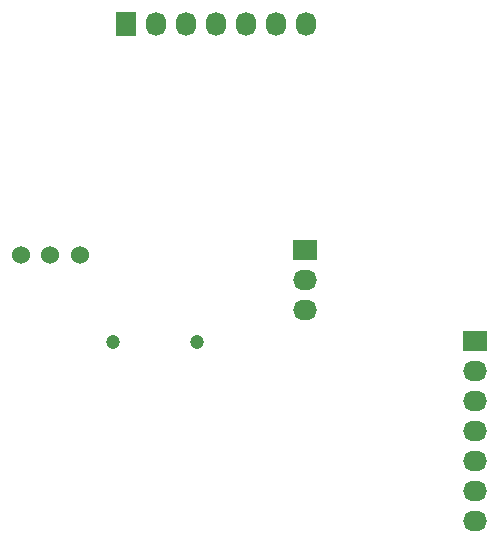
<source format=gbl>
%TF.GenerationSoftware,KiCad,Pcbnew,4.0.5-e0-6337~49~ubuntu16.04.1*%
%TF.CreationDate,2017-07-20T08:52:04-07:00*%
%TF.ProjectId,stns01-battery-mgmt-breakout,73746E7330312D626174746572792D6D,1.0*%
%TF.FileFunction,Copper,L2,Bot,Signal*%
%FSLAX46Y46*%
G04 Gerber Fmt 4.6, Leading zero omitted, Abs format (unit mm)*
G04 Created by KiCad (PCBNEW 4.0.5-e0-6337~49~ubuntu16.04.1) date Thu Jul 20 08:52:04 2017*
%MOMM*%
%LPD*%
G01*
G04 APERTURE LIST*
%ADD10C,0.350000*%
%ADD11C,1.200000*%
%ADD12R,2.032000X1.727200*%
%ADD13O,2.032000X1.727200*%
%ADD14R,1.727200X2.032000*%
%ADD15O,1.727200X2.032000*%
%ADD16C,1.524000*%
%ADD17C,0.350000*%
G04 APERTURE END LIST*
D10*
D11*
X75209001Y-50515201D03*
X82309001Y-50515201D03*
D12*
X105850000Y-50450000D03*
D13*
X105850000Y-52990000D03*
X105850000Y-55530000D03*
X105850000Y-58070000D03*
X105850000Y-60610000D03*
X105850000Y-63150000D03*
X105850000Y-65690000D03*
D14*
X76250000Y-23650000D03*
D15*
X78790000Y-23650000D03*
X81330000Y-23650000D03*
X83870000Y-23650000D03*
X86410000Y-23650000D03*
X88950000Y-23650000D03*
X91490000Y-23650000D03*
D12*
X91449000Y-42729401D03*
D13*
X91449000Y-45269401D03*
X91449000Y-47809401D03*
D16*
X69874321Y-43224321D03*
X72363521Y-43224321D03*
X67385121Y-43224321D03*
D17*
X75209001Y-50515201D03*
X82309001Y-50515201D03*
X105850000Y-50450000D03*
X105850000Y-52990000D03*
X105850000Y-55530000D03*
X105850000Y-58070000D03*
X105850000Y-60610000D03*
X105850000Y-63150000D03*
X105850000Y-65690000D03*
X76250000Y-23650000D03*
X78790000Y-23650000D03*
X81330000Y-23650000D03*
X83870000Y-23650000D03*
X86410000Y-23650000D03*
X88950000Y-23650000D03*
X91490000Y-23650000D03*
X91449000Y-42729401D03*
X91449000Y-45269401D03*
X91449000Y-47809401D03*
X69874321Y-43224321D03*
X72363521Y-43224321D03*
X67385121Y-43224321D03*
M02*

</source>
